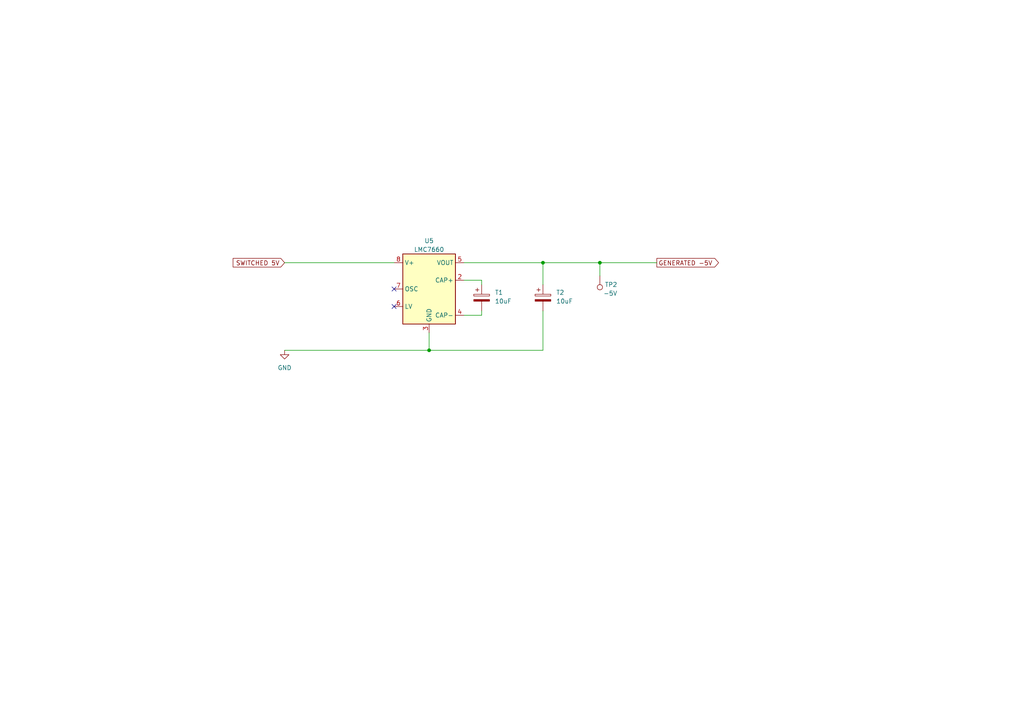
<source format=kicad_sch>
(kicad_sch (version 20230121) (generator eeschema)
  (paper "A4")
  (title_block (title "EPROM Burner 2708 / 2716") (date "2023-08-14") (rev "2.5"))
  (lib_symbols
    (symbol "Connector:TestPoint" (pin_numbers hide) (pin_names (offset 0.762) hide)
      (property "Reference" "TP" (at 0 6.858 0))
      (property "Value" "TestPoint" (at 0 5.08 0))
      (symbol "TestPoint_0_1"
        (circle (center 0 3.302) (radius 0.762))
      )
      (symbol "TestPoint_1_1"
        (pin passive line (at 0 0 90) (length 2.54) (name "1") (number "1"))
      )
    )
    (symbol "Device:C_Polarized" (pin_numbers hide) (pin_names (offset 0.254))
      (property "Reference" "C" (at 0.635 2.54 0))
      (property "Value" "C_Polarized" (at 0.635 -2.54 0))
      (symbol "C_Polarized_0_1"
        (rectangle (start -2.286 0.508) (end 2.286 1.016))
        (polyline (pts (xy -1.778 2.286) (xy -0.762 2.286)))
        (polyline (pts (xy -1.27 2.794) (xy -1.27 1.778)))
        (rectangle (start 2.286 -0.508) (end -2.286 -1.016) (fill (type outline)))
      )
      (symbol "C_Polarized_1_1"
        (pin passive line (at 0 3.81 270) (length 2.794) (name "~") (number "1"))
        (pin passive line (at 0 -3.81 90) (length 2.794) (name "~") (number "2"))
      )
    )
    (symbol "Regulator_SwitchedCapacitor:LMC7660"
      (property "Reference" "U" (at -6.604 11.43 0))
      (property "Value" "LMC7660" (at 0 11.43 0))
      (symbol "LMC7660_0_1"
        (rectangle (start -7.62 10.16) (end 7.62 -10.16) (stroke (width 0.254)) (fill (type background)))
      )
      (symbol "LMC7660_1_1"
        (pin no_connect line (at -7.62 5.08 0) (length 2.54) hide (name "NC") (number "1"))
        (pin input line (at 10.16 2.54 180) (length 2.54) (name "CAP+") (number "2"))
        (pin power_in line (at 0 -12.7 90) (length 2.54) (name "GND") (number "3"))
        (pin input line (at 10.16 -7.62 180) (length 2.54) (name "CAP-") (number "4"))
        (pin power_out line (at 10.16 7.62 180) (length 2.54) (name "VOUT") (number "5"))
        (pin input line (at -10.16 -5.08 0) (length 2.54) (name "LV") (number "6"))
        (pin input line (at -10.16 0 0) (length 2.54) (name "OSC") (number "7"))
        (pin power_in line (at -10.16 7.62 0) (length 2.54) (name "V+") (number "8"))
      )
    )
    (symbol "power:GND" (power) (pin_names (offset 0))
      (property "Value" "GND" (at 0 -3.81 0))
      (symbol "GND_0_1"
        (polyline (pts (xy 0 0) (xy 0 -1.27) (xy 1.27 -1.27) (xy 0 -2.54) (xy -1.27 -1.27) (xy 0 -1.27)))
      )
      (symbol "GND_1_1"
        (pin power_in line (at 0 0 270) (length 0) hide (name "GND") (number "1"))
      )
    )
  )
  (junction (at 124.46 101.6))
  (junction (at 157.48 76.2))
  (junction (at 173.99 76.2))
  (no_connect (at 114.3 88.9))
  (no_connect (at 114.3 83.82))
  (wire (pts (xy 173.99 76.2) (xy 173.99 80.01)))
  (wire (pts (xy 173.99 76.2) (xy 190.5 76.2)))
  (wire (pts (xy 82.55 101.6) (xy 124.46 101.6)))
  (wire (pts (xy 82.55 76.2) (xy 114.3 76.2)))
  (wire (pts (xy 134.62 76.2) (xy 157.48 76.2)))
  (wire (pts (xy 124.46 101.6) (xy 157.48 101.6)))
  (wire (pts (xy 139.7 90.17) (xy 139.7 91.44)))
  (wire (pts (xy 124.46 96.52) (xy 124.46 101.6)))
  (wire (pts (xy 134.62 81.28) (xy 139.7 81.28)))
  (wire (pts (xy 139.7 81.28) (xy 139.7 82.55)))
  (wire (pts (xy 157.48 76.2) (xy 157.48 82.55)))
  (wire (pts (xy 139.7 91.44) (xy 134.62 91.44)))
  (wire (pts (xy 157.48 101.6) (xy 157.48 90.17)))
  (wire (pts (xy 157.48 76.2) (xy 173.99 76.2)))
  (global_label "SWITCHED 5V" (shape input) (at 82.55 76.2 180) (property "Intersheetrefs" "${INTERSHEET_REFS}" (effects hide)))
  (global_label "GENERATED -5V" (shape output) (at 190.5 76.2 0) (property "Intersheetrefs" "${INTERSHEET_REFS}" (effects hide)))
  (symbol (lib_id "Regulator_SwitchedCapacitor:LMC7660") (at 124.46 83.82 0) (unit 1)
    (property "Reference" "U5" (at 124.46 69.85 0))
    (property "Value" "LMC7660" (at 124.46 72.39 0))
    (property "Footprint" "Package_DIP:DIP-8_W7.62mm_Socket" (effects hide))
    (property "Datasheet" "http://www.ti.com/lit/ds/symlink/lmc7660.pdf" (effects hide))
  )
  (symbol (lib_id "Device:C_Polarized") (at 157.48 86.36 0) (unit 1)
    (property "Reference" "T2" (at 161.29 84.836 0) (effects (justify left)))
    (property "Value" "10uF" (at 161.29 87.376 0) (effects (justify left)))
    (property "Footprint" "Capacitor_THT:C_Disc_D7.5mm_W5.0mm_P5.00mm" (effects hide))
  )
  (symbol (lib_id "Connector:TestPoint") (at 173.99 80.01 0) (mirror x) (unit 1)
    (property "Reference" "TP2" (at 179.07 82.55 0) (effects (justify right)))
    (property "Value" "-5V" (at 179.07 85.09 0) (effects (justify right)))
    (property "Footprint" "TestPoint:TestPoint_THTPad_2.0x2.0mm_Drill1.0mm" (effects hide))
    (instances (project "80bus" (path "" (reference "TP2") (unit 1)) (path "" (reference "TP3") (unit 1))))
  )
  (symbol (lib_id "power:GND") (at 82.55 101.6 0) (unit 1)
    (property "Reference" "#PWR022" (effects hide))
    (property "Value" "GND" (at 82.55 106.68 0))
  )
  (symbol (lib_id "Device:C_Polarized") (at 139.7 86.36 0) (unit 1)
    (property "Reference" "T1" (at 143.51 84.836 0) (effects (justify left)))
    (property "Value" "10uF" (at 143.51 87.376 0) (effects (justify left)))
    (property "Footprint" "Capacitor_THT:C_Disc_D7.5mm_W5.0mm_P5.00mm" (effects hide))
  )
)
</source>
